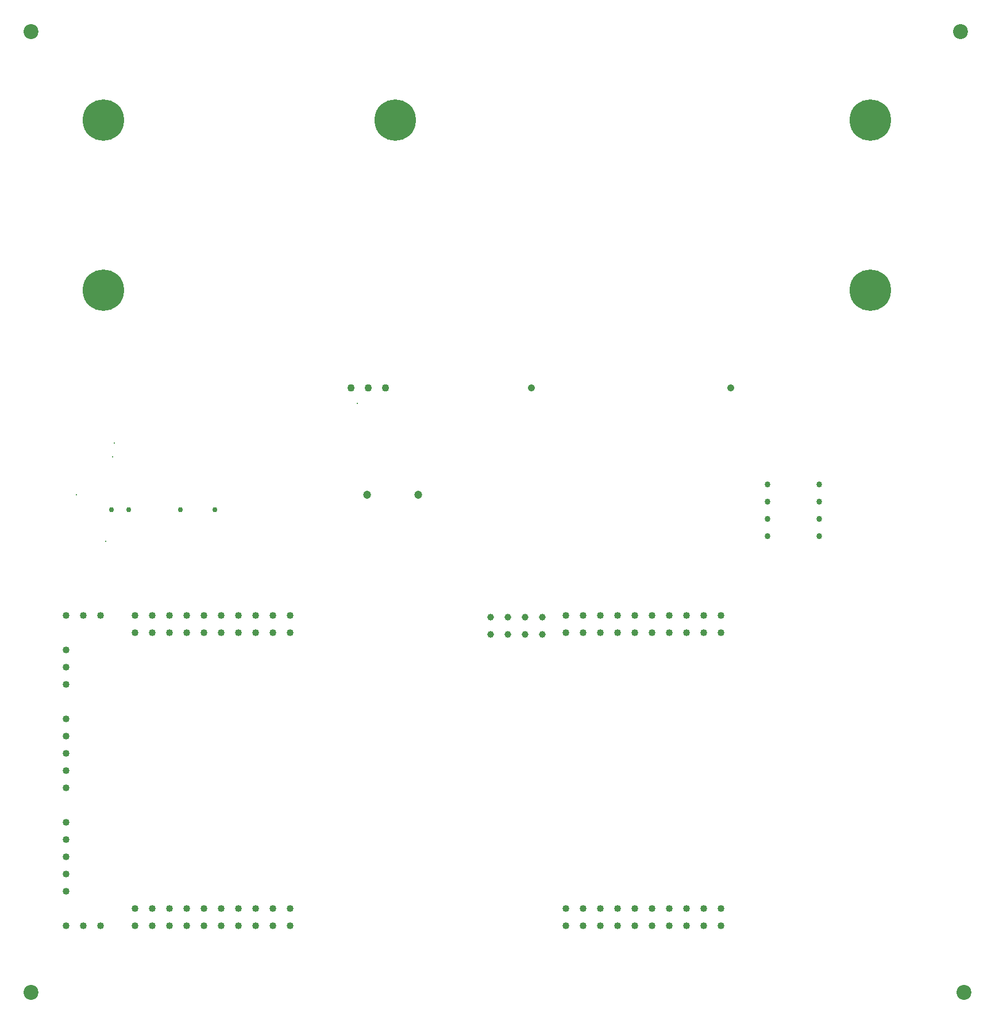
<source format=gbr>
%TF.GenerationSoftware,KiCad,Pcbnew,8.0.7*%
%TF.CreationDate,2025-03-06T08:50:23-05:00*%
%TF.ProjectId,BuckConverter,4275636b-436f-46e7-9665-727465722e6b,rev?*%
%TF.SameCoordinates,Original*%
%TF.FileFunction,Plated,1,2,PTH,Drill*%
%TF.FilePolarity,Positive*%
%FSLAX46Y46*%
G04 Gerber Fmt 4.6, Leading zero omitted, Abs format (unit mm)*
G04 Created by KiCad (PCBNEW 8.0.7) date 2025-03-06 08:50:23*
%MOMM*%
%LPD*%
G01*
G04 APERTURE LIST*
%TA.AperFunction,ViaDrill*%
%ADD10C,0.300000*%
%TD*%
%TA.AperFunction,ComponentDrill*%
%ADD11C,0.762000*%
%TD*%
%TA.AperFunction,ComponentDrill*%
%ADD12C,0.863600*%
%TD*%
%TA.AperFunction,ComponentDrill*%
%ADD13C,1.000000*%
%TD*%
%TA.AperFunction,ComponentDrill*%
%ADD14C,1.016000*%
%TD*%
%TA.AperFunction,ComponentDrill*%
%ADD15C,1.066800*%
%TD*%
%TA.AperFunction,ComponentDrill*%
%ADD16C,1.100000*%
%TD*%
%TA.AperFunction,ComponentDrill*%
%ADD17C,1.200000*%
%TD*%
%TA.AperFunction,ComponentDrill*%
%ADD18C,2.200000*%
%TD*%
%TA.AperFunction,ComponentDrill*%
%ADD19C,6.100000*%
%TD*%
G04 APERTURE END LIST*
D10*
X28702000Y-107696000D03*
X33020000Y-114554000D03*
X34036000Y-102108000D03*
X34290000Y-100076000D03*
X70104000Y-94234000D03*
D11*
%TO.C,U4*%
X33824000Y-109919000D03*
X36364000Y-109919000D03*
X43984000Y-109919000D03*
X49064000Y-109919000D03*
D12*
%TO.C,U1*%
X130556000Y-106172000D03*
X130556000Y-108712000D03*
X130556000Y-111252000D03*
X130556000Y-113792000D03*
X138176000Y-106172000D03*
X138176000Y-108712000D03*
X138176000Y-111252000D03*
X138176000Y-113792000D03*
D13*
%TO.C,U2*%
X89734000Y-125710000D03*
X89734000Y-128250000D03*
X92274000Y-125710000D03*
X92274000Y-128250000D03*
X94814000Y-125710000D03*
X94814000Y-128250000D03*
X97354000Y-125710000D03*
X97354000Y-128250000D03*
D14*
X27178000Y-125476000D03*
X27178000Y-130556000D03*
X27178000Y-133096000D03*
X27178000Y-135636000D03*
X27178000Y-140716000D03*
X27178000Y-143256000D03*
X27178000Y-145796000D03*
X27178000Y-148336000D03*
X27178000Y-150876000D03*
X27178000Y-155956000D03*
X27178000Y-158496000D03*
X27178000Y-161036000D03*
X27178000Y-163576000D03*
X27178000Y-166116000D03*
X27178000Y-171196000D03*
X29718000Y-125476000D03*
X29718000Y-171196000D03*
X32258000Y-125476000D03*
X32258000Y-171196000D03*
X37338000Y-125476000D03*
X37338000Y-128016000D03*
X37338000Y-168656000D03*
X37338000Y-171196000D03*
X39878000Y-125476000D03*
X39878000Y-128016000D03*
X39878000Y-168656000D03*
X39878000Y-171196000D03*
X42418000Y-125476000D03*
X42418000Y-128016000D03*
X42418000Y-168656000D03*
X42418000Y-171196000D03*
X44958000Y-125476000D03*
X44958000Y-128016000D03*
X44958000Y-168656000D03*
X44958000Y-171196000D03*
X47498000Y-125476000D03*
X47498000Y-128016000D03*
X47498000Y-168656000D03*
X47498000Y-171196000D03*
X50038000Y-125476000D03*
X50038000Y-128016000D03*
X50038000Y-168656000D03*
X50038000Y-171196000D03*
X52578000Y-125476000D03*
X52578000Y-128016000D03*
X52578000Y-168656000D03*
X52578000Y-171196000D03*
X55118000Y-125476000D03*
X55118000Y-128016000D03*
X55118000Y-168656000D03*
X55118000Y-171196000D03*
X57658000Y-125476000D03*
X57658000Y-128016000D03*
X57658000Y-168656000D03*
X57658000Y-171196000D03*
X60198000Y-125476000D03*
X60198000Y-128016000D03*
X60198000Y-168656000D03*
X60198000Y-171196000D03*
X100838000Y-125476000D03*
X100838000Y-128016000D03*
X100838000Y-168656000D03*
X100838000Y-171196000D03*
X103378000Y-125476000D03*
X103378000Y-128016000D03*
X103378000Y-168656000D03*
X103378000Y-171196000D03*
X105918000Y-125476000D03*
X105918000Y-128016000D03*
X105918000Y-168656000D03*
X105918000Y-171196000D03*
X108458000Y-125476000D03*
X108458000Y-128016000D03*
X108458000Y-168656000D03*
X108458000Y-171196000D03*
X110998000Y-125476000D03*
X110998000Y-128016000D03*
X110998000Y-168656000D03*
X110998000Y-171196000D03*
X113538000Y-125476000D03*
X113538000Y-128016000D03*
X113538000Y-168656000D03*
X113538000Y-171196000D03*
X116078000Y-125476000D03*
X116078000Y-128016000D03*
X116078000Y-168656000D03*
X116078000Y-171196000D03*
X118618000Y-125476000D03*
X118618000Y-128016000D03*
X118618000Y-168656000D03*
X118618000Y-171196000D03*
X121158000Y-125476000D03*
X121158000Y-128016000D03*
X121158000Y-168656000D03*
X121158000Y-171196000D03*
X123698000Y-125476000D03*
X123698000Y-128016000D03*
X123698000Y-168656000D03*
X123698000Y-171196000D03*
D15*
%TO.C,L1*%
X95758000Y-91948000D03*
X125120400Y-91948000D03*
D16*
%TO.C,Q1*%
X69160000Y-91928000D03*
X71700000Y-91928000D03*
X74240000Y-91928000D03*
D17*
%TO.C,C3*%
X71524220Y-107676000D03*
X79024220Y-107676000D03*
D18*
%TO.C,REF\u002A\u002A*%
X22000000Y-39500000D03*
X22000000Y-181000000D03*
X159000000Y-39500000D03*
X159500000Y-181000000D03*
D19*
%TO.C,J1*%
X32660000Y-52534000D03*
%TO.C,J4*%
X32660000Y-77534000D03*
%TO.C,J5*%
X75660000Y-52534000D03*
%TO.C,J3*%
X145660000Y-52534000D03*
%TO.C,J2*%
X145660000Y-77534000D03*
M02*

</source>
